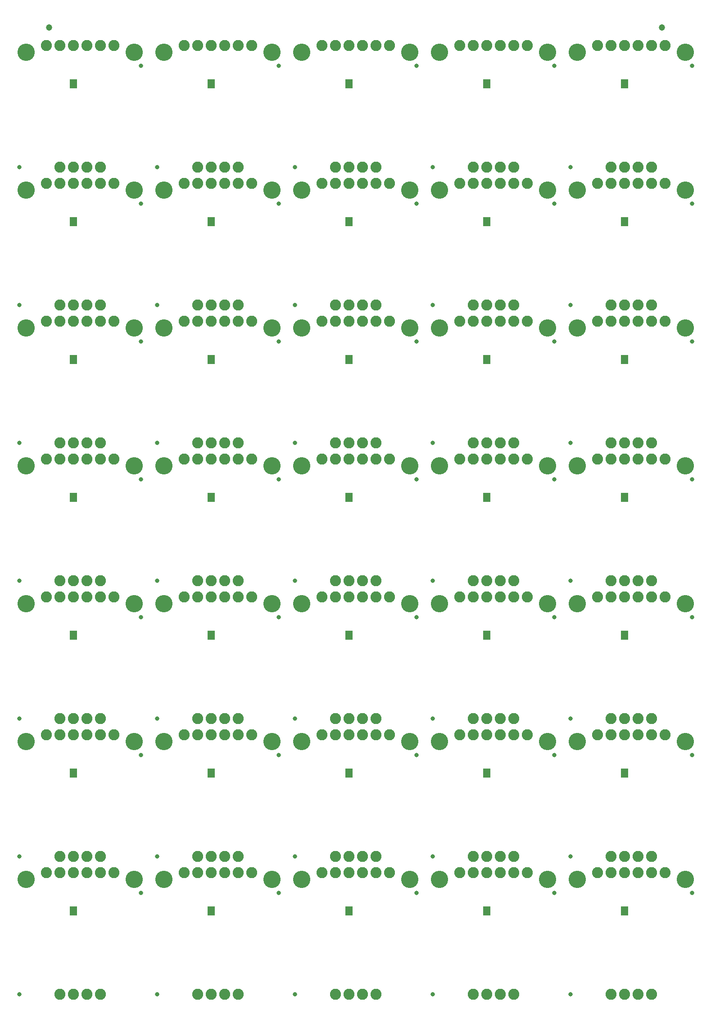
<source format=gbs>
G04 EAGLE Gerber RS-274X export*
G75*
%MOMM*%
%FSLAX34Y34*%
%LPD*%
%INSoldermask Bottom*%
%IPPOS*%
%AMOC8*
5,1,8,0,0,1.08239X$1,22.5*%
G01*
%ADD10C,2.082800*%
%ADD11C,3.251200*%
%ADD12C,0.838200*%
%ADD13R,1.473200X0.838200*%
%ADD14C,1.203200*%


D10*
X63500Y241300D03*
X88900Y241300D03*
X114300Y241300D03*
X139700Y241300D03*
X165100Y241300D03*
X190500Y241300D03*
D11*
X25400Y228600D03*
X228600Y228600D03*
D12*
X12700Y12700D03*
D13*
X114300Y164846D03*
X114300Y172974D03*
D10*
X88900Y12700D03*
X114300Y12700D03*
X139700Y12700D03*
X165100Y12700D03*
D12*
X241300Y203200D03*
D10*
X322580Y241300D03*
X347980Y241300D03*
X373380Y241300D03*
X398780Y241300D03*
X424180Y241300D03*
X449580Y241300D03*
D11*
X284480Y228600D03*
X487680Y228600D03*
D12*
X271780Y12700D03*
D13*
X373380Y164846D03*
X373380Y172974D03*
D10*
X347980Y12700D03*
X373380Y12700D03*
X398780Y12700D03*
X424180Y12700D03*
D12*
X500380Y203200D03*
D10*
X581660Y241300D03*
X607060Y241300D03*
X632460Y241300D03*
X657860Y241300D03*
X683260Y241300D03*
X708660Y241300D03*
D11*
X543560Y228600D03*
X746760Y228600D03*
D12*
X530860Y12700D03*
D13*
X632460Y164846D03*
X632460Y172974D03*
D10*
X607060Y12700D03*
X632460Y12700D03*
X657860Y12700D03*
X683260Y12700D03*
D12*
X759460Y203200D03*
D10*
X840740Y241300D03*
X866140Y241300D03*
X891540Y241300D03*
X916940Y241300D03*
X942340Y241300D03*
X967740Y241300D03*
D11*
X802640Y228600D03*
X1005840Y228600D03*
D12*
X789940Y12700D03*
D13*
X891540Y164846D03*
X891540Y172974D03*
D10*
X866140Y12700D03*
X891540Y12700D03*
X916940Y12700D03*
X942340Y12700D03*
D12*
X1018540Y203200D03*
D10*
X1099820Y241300D03*
X1125220Y241300D03*
X1150620Y241300D03*
X1176020Y241300D03*
X1201420Y241300D03*
X1226820Y241300D03*
D11*
X1061720Y228600D03*
X1264920Y228600D03*
D12*
X1049020Y12700D03*
D13*
X1150620Y164846D03*
X1150620Y172974D03*
D10*
X1125220Y12700D03*
X1150620Y12700D03*
X1176020Y12700D03*
X1201420Y12700D03*
D12*
X1277620Y203200D03*
D10*
X63500Y500380D03*
X88900Y500380D03*
X114300Y500380D03*
X139700Y500380D03*
X165100Y500380D03*
X190500Y500380D03*
D11*
X25400Y487680D03*
X228600Y487680D03*
D12*
X12700Y271780D03*
D13*
X114300Y423926D03*
X114300Y432054D03*
D10*
X88900Y271780D03*
X114300Y271780D03*
X139700Y271780D03*
X165100Y271780D03*
D12*
X241300Y462280D03*
D10*
X322580Y500380D03*
X347980Y500380D03*
X373380Y500380D03*
X398780Y500380D03*
X424180Y500380D03*
X449580Y500380D03*
D11*
X284480Y487680D03*
X487680Y487680D03*
D12*
X271780Y271780D03*
D13*
X373380Y423926D03*
X373380Y432054D03*
D10*
X347980Y271780D03*
X373380Y271780D03*
X398780Y271780D03*
X424180Y271780D03*
D12*
X500380Y462280D03*
D10*
X581660Y500380D03*
X607060Y500380D03*
X632460Y500380D03*
X657860Y500380D03*
X683260Y500380D03*
X708660Y500380D03*
D11*
X543560Y487680D03*
X746760Y487680D03*
D12*
X530860Y271780D03*
D13*
X632460Y423926D03*
X632460Y432054D03*
D10*
X607060Y271780D03*
X632460Y271780D03*
X657860Y271780D03*
X683260Y271780D03*
D12*
X759460Y462280D03*
D10*
X840740Y500380D03*
X866140Y500380D03*
X891540Y500380D03*
X916940Y500380D03*
X942340Y500380D03*
X967740Y500380D03*
D11*
X802640Y487680D03*
X1005840Y487680D03*
D12*
X789940Y271780D03*
D13*
X891540Y423926D03*
X891540Y432054D03*
D10*
X866140Y271780D03*
X891540Y271780D03*
X916940Y271780D03*
X942340Y271780D03*
D12*
X1018540Y462280D03*
D10*
X1099820Y500380D03*
X1125220Y500380D03*
X1150620Y500380D03*
X1176020Y500380D03*
X1201420Y500380D03*
X1226820Y500380D03*
D11*
X1061720Y487680D03*
X1264920Y487680D03*
D12*
X1049020Y271780D03*
D13*
X1150620Y423926D03*
X1150620Y432054D03*
D10*
X1125220Y271780D03*
X1150620Y271780D03*
X1176020Y271780D03*
X1201420Y271780D03*
D12*
X1277620Y462280D03*
D10*
X63500Y759460D03*
X88900Y759460D03*
X114300Y759460D03*
X139700Y759460D03*
X165100Y759460D03*
X190500Y759460D03*
D11*
X25400Y746760D03*
X228600Y746760D03*
D12*
X12700Y530860D03*
D13*
X114300Y683006D03*
X114300Y691134D03*
D10*
X88900Y530860D03*
X114300Y530860D03*
X139700Y530860D03*
X165100Y530860D03*
D12*
X241300Y721360D03*
D10*
X322580Y759460D03*
X347980Y759460D03*
X373380Y759460D03*
X398780Y759460D03*
X424180Y759460D03*
X449580Y759460D03*
D11*
X284480Y746760D03*
X487680Y746760D03*
D12*
X271780Y530860D03*
D13*
X373380Y683006D03*
X373380Y691134D03*
D10*
X347980Y530860D03*
X373380Y530860D03*
X398780Y530860D03*
X424180Y530860D03*
D12*
X500380Y721360D03*
D10*
X581660Y759460D03*
X607060Y759460D03*
X632460Y759460D03*
X657860Y759460D03*
X683260Y759460D03*
X708660Y759460D03*
D11*
X543560Y746760D03*
X746760Y746760D03*
D12*
X530860Y530860D03*
D13*
X632460Y683006D03*
X632460Y691134D03*
D10*
X607060Y530860D03*
X632460Y530860D03*
X657860Y530860D03*
X683260Y530860D03*
D12*
X759460Y721360D03*
D10*
X840740Y759460D03*
X866140Y759460D03*
X891540Y759460D03*
X916940Y759460D03*
X942340Y759460D03*
X967740Y759460D03*
D11*
X802640Y746760D03*
X1005840Y746760D03*
D12*
X789940Y530860D03*
D13*
X891540Y683006D03*
X891540Y691134D03*
D10*
X866140Y530860D03*
X891540Y530860D03*
X916940Y530860D03*
X942340Y530860D03*
D12*
X1018540Y721360D03*
D10*
X1099820Y759460D03*
X1125220Y759460D03*
X1150620Y759460D03*
X1176020Y759460D03*
X1201420Y759460D03*
X1226820Y759460D03*
D11*
X1061720Y746760D03*
X1264920Y746760D03*
D12*
X1049020Y530860D03*
D13*
X1150620Y683006D03*
X1150620Y691134D03*
D10*
X1125220Y530860D03*
X1150620Y530860D03*
X1176020Y530860D03*
X1201420Y530860D03*
D12*
X1277620Y721360D03*
D10*
X63500Y1018540D03*
X88900Y1018540D03*
X114300Y1018540D03*
X139700Y1018540D03*
X165100Y1018540D03*
X190500Y1018540D03*
D11*
X25400Y1005840D03*
X228600Y1005840D03*
D12*
X12700Y789940D03*
D13*
X114300Y942086D03*
X114300Y950214D03*
D10*
X88900Y789940D03*
X114300Y789940D03*
X139700Y789940D03*
X165100Y789940D03*
D12*
X241300Y980440D03*
D10*
X322580Y1018540D03*
X347980Y1018540D03*
X373380Y1018540D03*
X398780Y1018540D03*
X424180Y1018540D03*
X449580Y1018540D03*
D11*
X284480Y1005840D03*
X487680Y1005840D03*
D12*
X271780Y789940D03*
D13*
X373380Y942086D03*
X373380Y950214D03*
D10*
X347980Y789940D03*
X373380Y789940D03*
X398780Y789940D03*
X424180Y789940D03*
D12*
X500380Y980440D03*
D10*
X581660Y1018540D03*
X607060Y1018540D03*
X632460Y1018540D03*
X657860Y1018540D03*
X683260Y1018540D03*
X708660Y1018540D03*
D11*
X543560Y1005840D03*
X746760Y1005840D03*
D12*
X530860Y789940D03*
D13*
X632460Y942086D03*
X632460Y950214D03*
D10*
X607060Y789940D03*
X632460Y789940D03*
X657860Y789940D03*
X683260Y789940D03*
D12*
X759460Y980440D03*
D10*
X840740Y1018540D03*
X866140Y1018540D03*
X891540Y1018540D03*
X916940Y1018540D03*
X942340Y1018540D03*
X967740Y1018540D03*
D11*
X802640Y1005840D03*
X1005840Y1005840D03*
D12*
X789940Y789940D03*
D13*
X891540Y942086D03*
X891540Y950214D03*
D10*
X866140Y789940D03*
X891540Y789940D03*
X916940Y789940D03*
X942340Y789940D03*
D12*
X1018540Y980440D03*
D10*
X1099820Y1018540D03*
X1125220Y1018540D03*
X1150620Y1018540D03*
X1176020Y1018540D03*
X1201420Y1018540D03*
X1226820Y1018540D03*
D11*
X1061720Y1005840D03*
X1264920Y1005840D03*
D12*
X1049020Y789940D03*
D13*
X1150620Y942086D03*
X1150620Y950214D03*
D10*
X1125220Y789940D03*
X1150620Y789940D03*
X1176020Y789940D03*
X1201420Y789940D03*
D12*
X1277620Y980440D03*
D10*
X63500Y1277620D03*
X88900Y1277620D03*
X114300Y1277620D03*
X139700Y1277620D03*
X165100Y1277620D03*
X190500Y1277620D03*
D11*
X25400Y1264920D03*
X228600Y1264920D03*
D12*
X12700Y1049020D03*
D13*
X114300Y1201166D03*
X114300Y1209294D03*
D10*
X88900Y1049020D03*
X114300Y1049020D03*
X139700Y1049020D03*
X165100Y1049020D03*
D12*
X241300Y1239520D03*
D10*
X322580Y1277620D03*
X347980Y1277620D03*
X373380Y1277620D03*
X398780Y1277620D03*
X424180Y1277620D03*
X449580Y1277620D03*
D11*
X284480Y1264920D03*
X487680Y1264920D03*
D12*
X271780Y1049020D03*
D13*
X373380Y1201166D03*
X373380Y1209294D03*
D10*
X347980Y1049020D03*
X373380Y1049020D03*
X398780Y1049020D03*
X424180Y1049020D03*
D12*
X500380Y1239520D03*
D10*
X581660Y1277620D03*
X607060Y1277620D03*
X632460Y1277620D03*
X657860Y1277620D03*
X683260Y1277620D03*
X708660Y1277620D03*
D11*
X543560Y1264920D03*
X746760Y1264920D03*
D12*
X530860Y1049020D03*
D13*
X632460Y1201166D03*
X632460Y1209294D03*
D10*
X607060Y1049020D03*
X632460Y1049020D03*
X657860Y1049020D03*
X683260Y1049020D03*
D12*
X759460Y1239520D03*
D10*
X840740Y1277620D03*
X866140Y1277620D03*
X891540Y1277620D03*
X916940Y1277620D03*
X942340Y1277620D03*
X967740Y1277620D03*
D11*
X802640Y1264920D03*
X1005840Y1264920D03*
D12*
X789940Y1049020D03*
D13*
X891540Y1201166D03*
X891540Y1209294D03*
D10*
X866140Y1049020D03*
X891540Y1049020D03*
X916940Y1049020D03*
X942340Y1049020D03*
D12*
X1018540Y1239520D03*
D10*
X1099820Y1277620D03*
X1125220Y1277620D03*
X1150620Y1277620D03*
X1176020Y1277620D03*
X1201420Y1277620D03*
X1226820Y1277620D03*
D11*
X1061720Y1264920D03*
X1264920Y1264920D03*
D12*
X1049020Y1049020D03*
D13*
X1150620Y1201166D03*
X1150620Y1209294D03*
D10*
X1125220Y1049020D03*
X1150620Y1049020D03*
X1176020Y1049020D03*
X1201420Y1049020D03*
D12*
X1277620Y1239520D03*
D10*
X63500Y1536700D03*
X88900Y1536700D03*
X114300Y1536700D03*
X139700Y1536700D03*
X165100Y1536700D03*
X190500Y1536700D03*
D11*
X25400Y1524000D03*
X228600Y1524000D03*
D12*
X12700Y1308100D03*
D13*
X114300Y1460246D03*
X114300Y1468374D03*
D10*
X88900Y1308100D03*
X114300Y1308100D03*
X139700Y1308100D03*
X165100Y1308100D03*
D12*
X241300Y1498600D03*
D10*
X322580Y1536700D03*
X347980Y1536700D03*
X373380Y1536700D03*
X398780Y1536700D03*
X424180Y1536700D03*
X449580Y1536700D03*
D11*
X284480Y1524000D03*
X487680Y1524000D03*
D12*
X271780Y1308100D03*
D13*
X373380Y1460246D03*
X373380Y1468374D03*
D10*
X347980Y1308100D03*
X373380Y1308100D03*
X398780Y1308100D03*
X424180Y1308100D03*
D12*
X500380Y1498600D03*
D10*
X581660Y1536700D03*
X607060Y1536700D03*
X632460Y1536700D03*
X657860Y1536700D03*
X683260Y1536700D03*
X708660Y1536700D03*
D11*
X543560Y1524000D03*
X746760Y1524000D03*
D12*
X530860Y1308100D03*
D13*
X632460Y1460246D03*
X632460Y1468374D03*
D10*
X607060Y1308100D03*
X632460Y1308100D03*
X657860Y1308100D03*
X683260Y1308100D03*
D12*
X759460Y1498600D03*
D10*
X840740Y1536700D03*
X866140Y1536700D03*
X891540Y1536700D03*
X916940Y1536700D03*
X942340Y1536700D03*
X967740Y1536700D03*
D11*
X802640Y1524000D03*
X1005840Y1524000D03*
D12*
X789940Y1308100D03*
D13*
X891540Y1460246D03*
X891540Y1468374D03*
D10*
X866140Y1308100D03*
X891540Y1308100D03*
X916940Y1308100D03*
X942340Y1308100D03*
D12*
X1018540Y1498600D03*
D10*
X1099820Y1536700D03*
X1125220Y1536700D03*
X1150620Y1536700D03*
X1176020Y1536700D03*
X1201420Y1536700D03*
X1226820Y1536700D03*
D11*
X1061720Y1524000D03*
X1264920Y1524000D03*
D12*
X1049020Y1308100D03*
D13*
X1150620Y1460246D03*
X1150620Y1468374D03*
D10*
X1125220Y1308100D03*
X1150620Y1308100D03*
X1176020Y1308100D03*
X1201420Y1308100D03*
D12*
X1277620Y1498600D03*
D10*
X63500Y1795780D03*
X88900Y1795780D03*
X114300Y1795780D03*
X139700Y1795780D03*
X165100Y1795780D03*
X190500Y1795780D03*
D11*
X25400Y1783080D03*
X228600Y1783080D03*
D12*
X12700Y1567180D03*
D13*
X114300Y1719326D03*
X114300Y1727454D03*
D10*
X88900Y1567180D03*
X114300Y1567180D03*
X139700Y1567180D03*
X165100Y1567180D03*
D12*
X241300Y1757680D03*
D10*
X322580Y1795780D03*
X347980Y1795780D03*
X373380Y1795780D03*
X398780Y1795780D03*
X424180Y1795780D03*
X449580Y1795780D03*
D11*
X284480Y1783080D03*
X487680Y1783080D03*
D12*
X271780Y1567180D03*
D13*
X373380Y1719326D03*
X373380Y1727454D03*
D10*
X347980Y1567180D03*
X373380Y1567180D03*
X398780Y1567180D03*
X424180Y1567180D03*
D12*
X500380Y1757680D03*
D10*
X581660Y1795780D03*
X607060Y1795780D03*
X632460Y1795780D03*
X657860Y1795780D03*
X683260Y1795780D03*
X708660Y1795780D03*
D11*
X543560Y1783080D03*
X746760Y1783080D03*
D12*
X530860Y1567180D03*
D13*
X632460Y1719326D03*
X632460Y1727454D03*
D10*
X607060Y1567180D03*
X632460Y1567180D03*
X657860Y1567180D03*
X683260Y1567180D03*
D12*
X759460Y1757680D03*
D10*
X840740Y1795780D03*
X866140Y1795780D03*
X891540Y1795780D03*
X916940Y1795780D03*
X942340Y1795780D03*
X967740Y1795780D03*
D11*
X802640Y1783080D03*
X1005840Y1783080D03*
D12*
X789940Y1567180D03*
D13*
X891540Y1719326D03*
X891540Y1727454D03*
D10*
X866140Y1567180D03*
X891540Y1567180D03*
X916940Y1567180D03*
X942340Y1567180D03*
D12*
X1018540Y1757680D03*
D10*
X1099820Y1795780D03*
X1125220Y1795780D03*
X1150620Y1795780D03*
X1176020Y1795780D03*
X1201420Y1795780D03*
X1226820Y1795780D03*
D11*
X1061720Y1783080D03*
X1264920Y1783080D03*
D12*
X1049020Y1567180D03*
D13*
X1150620Y1719326D03*
X1150620Y1727454D03*
D10*
X1125220Y1567180D03*
X1150620Y1567180D03*
X1176020Y1567180D03*
X1201420Y1567180D03*
D12*
X1277620Y1757680D03*
D14*
X68580Y1829435D03*
X1221105Y1829435D03*
M02*

</source>
